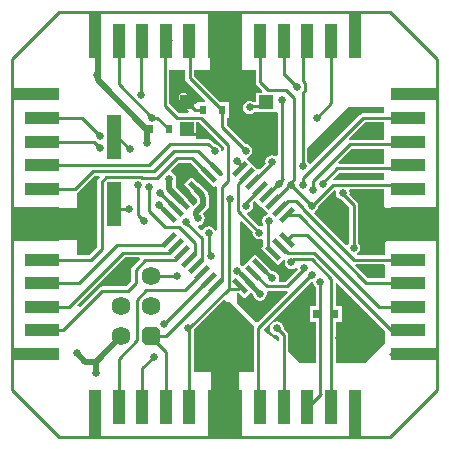
<source format=gtl>
%FSLAX24Y24*%
%MOIN*%
G70*
G01*
G75*
G04 Layer_Physical_Order=1*
G04 Layer_Color=255*
%ADD10R,0.0236X0.0315*%
G04:AMPARAMS|DCode=11|XSize=15.7mil|YSize=59.1mil|CornerRadius=0mil|HoleSize=0mil|Usage=FLASHONLY|Rotation=315.000|XOffset=0mil|YOffset=0mil|HoleType=Round|Shape=Rectangle|*
%AMROTATEDRECTD11*
4,1,4,-0.0264,-0.0153,0.0153,0.0264,0.0264,0.0153,-0.0153,-0.0264,-0.0264,-0.0153,0.0*
%
%ADD11ROTATEDRECTD11*%

G04:AMPARAMS|DCode=12|XSize=15.7mil|YSize=59.1mil|CornerRadius=0mil|HoleSize=0mil|Usage=FLASHONLY|Rotation=45.000|XOffset=0mil|YOffset=0mil|HoleType=Round|Shape=Rectangle|*
%AMROTATEDRECTD12*
4,1,4,0.0153,-0.0264,-0.0264,0.0153,-0.0153,0.0264,0.0264,-0.0153,0.0153,-0.0264,0.0*
%
%ADD12ROTATEDRECTD12*%

G04:AMPARAMS|DCode=13|XSize=15.7mil|YSize=59.1mil|CornerRadius=0mil|HoleSize=0mil|Usage=FLASHONLY|Rotation=45.000|XOffset=0mil|YOffset=0mil|HoleType=Round|Shape=Round|*
%AMOVALD13*
21,1,0.0433,0.0157,0.0000,0.0000,135.0*
1,1,0.0157,0.0153,-0.0153*
1,1,0.0157,-0.0153,0.0153*
%
%ADD13OVALD13*%

%ADD14R,0.0450X0.0450*%
%ADD15R,0.0472X0.1457*%
%ADD16C,0.0200*%
%ADD17C,0.0100*%
%ADD18C,0.0150*%
%ADD19R,0.0540X0.0670*%
%ADD20R,0.1080X0.0760*%
%ADD21R,0.1260X0.1080*%
%ADD22R,0.0820X0.1791*%
%ADD23R,0.0394X0.1575*%
%ADD24R,0.0394X0.1181*%
%ADD25R,0.1181X0.1575*%
%ADD26R,0.1575X0.0394*%
%ADD27R,0.1181X0.0394*%
%ADD28R,0.1575X0.1181*%
%ADD29C,0.0625*%
G04:AMPARAMS|DCode=30|XSize=62.5mil|YSize=62.5mil|CornerRadius=0mil|HoleSize=0mil|Usage=FLASHONLY|Rotation=180.000|XOffset=0mil|YOffset=0mil|HoleType=Round|Shape=Octagon|*
%AMOCTAGOND30*
4,1,8,-0.0313,0.0156,-0.0313,-0.0156,-0.0156,-0.0313,0.0156,-0.0313,0.0313,-0.0156,0.0313,0.0156,0.0156,0.0313,-0.0156,0.0313,-0.0313,0.0156,0.0*
%
%ADD30OCTAGOND30*%

%ADD31C,0.0250*%
G36*
X43150Y26680D02*
Y26255D01*
X42562D01*
X42151Y26665D01*
X42172Y26715D01*
X43115D01*
X43150Y26680D01*
D02*
G37*
G36*
X38723Y27781D02*
X38721Y27770D01*
X38738Y27682D01*
X38788Y27608D01*
X38862Y27558D01*
X38950Y27541D01*
X39026Y27556D01*
X39076Y27528D01*
Y27321D01*
X39079Y27306D01*
X39015Y27241D01*
X39574Y26682D01*
X39757Y26865D01*
X39803Y26840D01*
X39791Y26780D01*
X39808Y26692D01*
X39858Y26618D01*
X39932Y26568D01*
X40020Y26551D01*
X40108Y26568D01*
X40174Y26612D01*
X40207Y26599D01*
X40218Y26591D01*
X40223Y26540D01*
X39817Y26133D01*
X39621D01*
X39594Y26183D01*
X39609Y26260D01*
X39592Y26348D01*
X39542Y26422D01*
X39468Y26472D01*
X39427Y26480D01*
X39381Y26490D01*
X39381Y26490D01*
X39381D01*
X38822Y27049D01*
X38570Y26796D01*
X38420Y26646D01*
X38370Y26651D01*
X38362Y26662D01*
X38300Y26704D01*
Y28138D01*
X38346Y28158D01*
X38723Y27781D01*
D02*
G37*
G36*
X43100Y28650D02*
X43150Y28600D01*
X43341D01*
X43353Y28551D01*
X43350Y28550D01*
Y27500D01*
X43200D01*
X43150Y27450D01*
Y27250D01*
Y27021D01*
X42212D01*
X42197Y27071D01*
X42252Y27108D01*
X42302Y27182D01*
X42319Y27270D01*
X42302Y27358D01*
X42252Y27432D01*
X42243Y27438D01*
Y28690D01*
X42231Y28749D01*
X42198Y28798D01*
X41951Y29046D01*
X41959Y29090D01*
X41946Y29157D01*
X41978Y29207D01*
X43100D01*
Y28650D01*
D02*
G37*
G36*
X33626Y29602D02*
X33582Y29558D01*
X33549Y29509D01*
X33537Y29450D01*
Y27273D01*
X33285Y27021D01*
X32880D01*
Y29096D01*
X32918Y29122D01*
X33463Y29667D01*
X33599D01*
X33626Y29602D01*
D02*
G37*
G36*
X39886Y25803D02*
X39892Y25779D01*
X38891Y24777D01*
X38840D01*
X38217Y25400D01*
Y25747D01*
X38233D01*
X38274Y25755D01*
X38460Y25569D01*
X38670Y25778D01*
X38746Y25701D01*
X38758Y25642D01*
X38808Y25568D01*
X38882Y25518D01*
X38970Y25501D01*
X39058Y25518D01*
X39132Y25568D01*
X39182Y25642D01*
X39199Y25730D01*
X39190Y25778D01*
X39231Y25827D01*
X39870D01*
X39886Y25803D01*
D02*
G37*
G36*
X40710Y26121D02*
X40743Y26127D01*
X40751Y26120D01*
X40768Y26032D01*
X40818Y25958D01*
X40827Y25952D01*
Y25307D01*
X40637D01*
Y24793D01*
X40827D01*
Y23420D01*
X40320D01*
X39921Y23819D01*
Y24342D01*
X39909Y24401D01*
X39876Y24450D01*
X39757Y24569D01*
X39759Y24580D01*
X39742Y24668D01*
X39692Y24742D01*
X39618Y24792D01*
X39530Y24809D01*
X39442Y24792D01*
X39368Y24742D01*
X39318Y24668D01*
X39301Y24580D01*
X39318Y24492D01*
X39368Y24418D01*
X39442Y24368D01*
X39530Y24351D01*
X39541Y24353D01*
X39615Y24279D01*
Y24172D01*
X39570Y24150D01*
X39121Y24504D01*
X39117Y24571D01*
X40674Y26128D01*
X40710Y26121D01*
D02*
G37*
G36*
X37840Y25502D02*
Y25470D01*
X37950D01*
X38774Y24646D01*
X38769Y24639D01*
X38757Y24580D01*
Y23110D01*
X36771D01*
Y24496D01*
X36782Y24512D01*
X36788Y24541D01*
X37775Y25529D01*
X37840Y25502D01*
D02*
G37*
G36*
X34976Y26882D02*
X34722Y26628D01*
X34689Y26579D01*
X34677Y26520D01*
Y26153D01*
X34507Y25983D01*
X33720D01*
X33661Y25971D01*
X33612Y25938D01*
X32964Y25290D01*
X32894Y25317D01*
X32889Y25362D01*
X34473Y26947D01*
X34949D01*
X34976Y26882D01*
D02*
G37*
G36*
X43150Y24487D02*
Y24077D01*
X42493Y23420D01*
X41495D01*
Y24793D01*
X41703D01*
Y25307D01*
X41495D01*
Y26076D01*
X41542Y26095D01*
X43150Y24487D01*
D02*
G37*
G36*
X41470Y29174D02*
X41507Y29122D01*
X41501Y29090D01*
X41518Y29002D01*
X41568Y28928D01*
X41642Y28878D01*
X41696Y28867D01*
X41937Y28627D01*
Y27438D01*
X41928Y27432D01*
X41887Y27371D01*
X41831Y27357D01*
X40777Y28411D01*
X40791Y28467D01*
X40852Y28508D01*
X40902Y28582D01*
X40915Y28650D01*
X41442Y29177D01*
X41470Y29174D01*
D02*
G37*
G36*
X43100Y30863D02*
X41970D01*
X41954Y30887D01*
X41948Y30911D01*
X42476Y31440D01*
X43100D01*
Y30863D01*
D02*
G37*
G36*
X37757Y30627D02*
Y30509D01*
X37687Y30502D01*
X37672Y30578D01*
X37622Y30652D01*
X37548Y30702D01*
X37481Y30715D01*
X37358Y30838D01*
X37309Y30871D01*
X37250Y30883D01*
X36920D01*
X36855Y30895D01*
Y31442D01*
X36942D01*
X37757Y30627D01*
D02*
G37*
G36*
X38827Y32790D02*
X38839Y32731D01*
X38872Y32682D01*
X39054Y32500D01*
X39027Y32435D01*
X38855D01*
Y32128D01*
X38754D01*
X38718Y32152D01*
X38630Y32169D01*
X38542Y32152D01*
X38468Y32102D01*
X38418Y32028D01*
X38401Y31940D01*
X38418Y31852D01*
X38468Y31778D01*
X38542Y31728D01*
X38630Y31711D01*
X38718Y31728D01*
X38789Y31776D01*
X38855Y31785D01*
X38855Y31785D01*
X38855Y31785D01*
X39505D01*
X39557Y31742D01*
Y30355D01*
X39487Y30317D01*
X39468Y30330D01*
X39380Y30348D01*
X39292Y30330D01*
X39218Y30280D01*
X39168Y30206D01*
X39151Y30118D01*
X39159Y30077D01*
X38959Y29877D01*
X38889D01*
X38683Y30083D01*
X38547Y30219D01*
X38568Y30286D01*
X38578Y30288D01*
X38652Y30338D01*
X38702Y30412D01*
X38719Y30500D01*
X38702Y30588D01*
X38652Y30662D01*
X38578Y30712D01*
X38490Y30729D01*
X38479Y30727D01*
X37863Y31343D01*
Y31603D01*
X37933D01*
Y32117D01*
X37650D01*
X36776Y32992D01*
Y33200D01*
X38827D01*
Y32790D01*
D02*
G37*
G36*
X36470Y32928D02*
X36481Y32870D01*
X36515Y32820D01*
X37153Y32182D01*
X37126Y32117D01*
X36867D01*
Y32098D01*
X36797Y32069D01*
X36681Y32185D01*
X36671Y32236D01*
X36638Y32285D01*
X36526Y32397D01*
X36477Y32430D01*
X36418Y32442D01*
X36360Y32430D01*
X36310Y32397D01*
X36277Y32348D01*
X36265Y32289D01*
X36277Y32231D01*
X36310Y32181D01*
X36379Y32112D01*
X36389Y32061D01*
X36422Y32012D01*
X36616Y31818D01*
X36587Y31748D01*
X36258D01*
X35955Y32051D01*
Y33200D01*
X36470D01*
Y32928D01*
D02*
G37*
G36*
X43100Y30063D02*
X41600D01*
X41579Y30113D01*
X42023Y30557D01*
X43100D01*
Y30063D01*
D02*
G37*
G36*
X38822Y28826D02*
X38822Y28826D01*
X39015Y28633D01*
X39015Y28633D01*
X39225Y28423D01*
X39210Y28376D01*
X39192Y28372D01*
X39118Y28322D01*
X39068Y28248D01*
X39051Y28160D01*
X39068Y28072D01*
X39076Y28060D01*
Y28012D01*
X39026Y27984D01*
X38950Y27999D01*
X38939Y27997D01*
X38542Y28394D01*
X38559Y28448D01*
X38608Y28458D01*
X38682Y28508D01*
X38732Y28582D01*
X38749Y28670D01*
X38732Y28758D01*
X38726Y28766D01*
X38804Y28844D01*
X38822Y28826D01*
D02*
G37*
G36*
X36890Y29849D02*
X36871Y29830D01*
X37430Y29271D01*
X37477Y29318D01*
X37540Y29286D01*
X37542Y29284D01*
Y27844D01*
X37472Y27837D01*
X37472Y27838D01*
X37422Y27912D01*
X37348Y27962D01*
X37260Y27979D01*
X37172Y27962D01*
X37098Y27912D01*
X37068Y27868D01*
X36985Y27852D01*
X36895Y27942D01*
X36902Y27974D01*
X36923Y28013D01*
X36998Y28028D01*
X37072Y28078D01*
X37122Y28152D01*
X37139Y28240D01*
X37122Y28328D01*
X37072Y28402D01*
X37071Y28413D01*
X37218Y28559D01*
X37218Y28559D01*
X37262Y28626D01*
X37278Y28704D01*
X37278Y28704D01*
Y28939D01*
X37262Y29017D01*
X37247Y29040D01*
X37236Y29094D01*
X37192Y29160D01*
X36976Y29376D01*
X36910Y29420D01*
X36893Y29424D01*
X36679Y29638D01*
X36426Y29385D01*
X36640Y29171D01*
X36643Y29154D01*
X36688Y29088D01*
X36852Y28923D01*
X36859Y28887D01*
X36870Y28871D01*
Y28788D01*
X36754Y28672D01*
X36578Y28847D01*
X36575Y28864D01*
X36531Y28931D01*
X36159Y29302D01*
Y29458D01*
X36162Y29462D01*
X36179Y29550D01*
X36162Y29638D01*
X36112Y29712D01*
X36038Y29762D01*
X36029Y29764D01*
X36006Y29840D01*
X36263Y30097D01*
X36641D01*
X36890Y29849D01*
D02*
G37*
G36*
X43100Y31745D02*
X42413D01*
X42354Y31734D01*
X42304Y31701D01*
X40653Y30049D01*
X40605Y30063D01*
X40602Y30078D01*
X40552Y30152D01*
X40543Y30158D01*
Y30593D01*
X41900Y31950D01*
X43100D01*
Y31745D01*
D02*
G37*
G36*
Y29513D02*
X41430D01*
X41409Y29563D01*
X41603Y29757D01*
X43100D01*
Y29513D01*
D02*
G37*
D10*
X37085Y31860D02*
D03*
X37715D02*
D03*
X35925Y31210D02*
D03*
X35295D02*
D03*
X41485Y25050D02*
D03*
X40855D02*
D03*
D11*
X38307Y29900D02*
D03*
X38530Y29677D02*
D03*
X38753Y29455D02*
D03*
X38975Y29232D02*
D03*
X39198Y29009D02*
D03*
X39421Y28786D02*
D03*
X39644Y28564D02*
D03*
X39866Y28341D02*
D03*
X37500Y25975D02*
D03*
X37277Y26197D02*
D03*
X37055Y26420D02*
D03*
X36832Y26643D02*
D03*
X36609Y26866D02*
D03*
X36386Y27088D02*
D03*
X36164Y27311D02*
D03*
X35941Y27534D02*
D03*
D12*
X39866D02*
D03*
X39644Y27311D02*
D03*
X39421Y27088D02*
D03*
X39198Y26866D02*
D03*
X38975Y26643D02*
D03*
X38753Y26420D02*
D03*
X38530Y26197D02*
D03*
X38307Y25975D02*
D03*
X35941Y28341D02*
D03*
X36164Y28564D02*
D03*
X36386Y28786D02*
D03*
X36609Y29009D02*
D03*
X36832Y29232D02*
D03*
X37055Y29455D02*
D03*
X37277Y29677D02*
D03*
D13*
X37500Y29900D02*
D03*
D14*
X39180Y32110D02*
D03*
Y31210D02*
D03*
X36530Y32120D02*
D03*
Y31220D02*
D03*
D15*
X34110Y30962D02*
D03*
Y28718D02*
D03*
D16*
X32880Y23740D02*
X33150Y23470D01*
X33500D01*
X34350Y24320D01*
X33500Y23100D02*
Y23470D01*
X33560Y32840D02*
X35210Y31190D01*
X33560Y32840D02*
Y34257D01*
X35210Y30740D02*
Y31190D01*
X33468Y34348D02*
X33560Y34257D01*
X37348Y29089D02*
Y29213D01*
Y29089D02*
X37374Y29063D01*
Y28986D02*
Y29063D01*
Y28986D02*
X37400Y28960D01*
X37074Y28704D02*
Y28939D01*
X37048Y28965D02*
X37074Y28939D01*
X37048Y28965D02*
Y29016D01*
X36832Y29232D02*
X37048Y29016D01*
X36741Y29819D02*
X37348Y29213D01*
X36275Y29520D02*
X36574Y29819D01*
X36741D01*
X36833Y28463D02*
X37074Y28704D01*
X36833Y28340D02*
Y28463D01*
X36275Y29343D02*
Y29520D01*
Y29343D02*
X36609Y29009D01*
X35955Y29218D02*
X36386Y28786D01*
X35955Y29218D02*
Y29545D01*
X35950Y29550D02*
X35955Y29545D01*
D17*
X35020Y32360D02*
Y33912D01*
X35140Y34032D01*
X34960Y34212D02*
X35140Y34032D01*
X34256Y32714D02*
X35370Y31600D01*
X34256Y32714D02*
Y34348D01*
X35535Y31600D02*
X35925Y31210D01*
X35370Y31600D02*
X35535D01*
X36530Y32120D02*
X36790Y31860D01*
X37085D01*
X36623Y32928D02*
X37710Y31841D01*
Y31280D02*
Y31841D01*
Y31280D02*
X38490Y30500D01*
X36195Y31595D02*
X37005D01*
X35802Y31988D02*
X36195Y31595D01*
X35802Y31988D02*
Y34320D01*
X37005Y31595D02*
X37910Y30690D01*
X36623Y32928D02*
Y34344D01*
X37910Y29826D02*
Y30690D01*
X33690Y29450D02*
X33855Y29615D01*
X34890Y28340D02*
X35090Y28140D01*
X33855Y29615D02*
X35004D01*
X35023Y29596D02*
X35546D01*
X35004Y29615D02*
X35023Y29596D01*
X34890Y28340D02*
Y29340D01*
X35270Y28480D02*
Y29300D01*
X35430Y29820D02*
X36090Y30480D01*
X33400Y29820D02*
X35430D01*
X35270Y30020D02*
X35980Y30730D01*
X31500Y30020D02*
X35270D01*
X35810Y27940D02*
X36280D01*
X35270Y28480D02*
X35810Y27940D01*
X40980Y22395D02*
Y26120D01*
X42090Y27270D02*
Y28690D01*
X41730Y29050D02*
X42090Y28690D01*
X41730Y29050D02*
Y29090D01*
X43969Y29360D02*
X44098Y29230D01*
X41409Y29360D02*
X43969D01*
X40719Y28670D02*
X41409Y29360D01*
X40690Y28670D02*
X40719D01*
X40980Y22395D02*
X40990Y22385D01*
X40660Y22055D02*
X40990Y22385D01*
X38910Y24580D02*
X40680Y26350D01*
X40710D01*
X40450Y26550D02*
Y26590D01*
X39880Y25980D02*
X40450Y26550D01*
X43347Y24506D02*
X44098D01*
X39891Y27080D02*
X40773D01*
X39826Y27145D02*
X39891Y27080D01*
X40773D02*
X43347Y24506D01*
X40120Y26880D02*
X40690D01*
X40020Y26780D02*
X40120Y26880D01*
X41343Y21750D02*
Y26227D01*
X40690Y26880D02*
X41343Y26227D01*
X39818Y27137D02*
X39826Y27145D01*
X39644Y27311D02*
X39818Y27137D01*
X42947Y25293D02*
X44098D01*
X40540Y27700D02*
X42947Y25293D01*
X40033Y27700D02*
X40540D01*
X39866Y27534D02*
X40033Y27700D01*
X42498Y26102D02*
X44098D01*
X40259Y28341D02*
X42498Y26102D01*
X39866Y28341D02*
X40259D01*
X42103Y26868D02*
X44098D01*
X40415Y28556D02*
X42103Y26868D01*
X40660Y22055D02*
X40680Y22035D01*
X40570Y21925D02*
X40680Y22035D01*
X39530Y24580D02*
X39768Y24342D01*
Y21750D02*
Y24342D01*
X40390Y34183D02*
X40555Y34348D01*
X40390Y32829D02*
Y34183D01*
Y32829D02*
X40475Y32744D01*
Y32516D02*
Y32744D01*
X40390Y32431D02*
X40475Y32516D01*
X40390Y29990D02*
Y32431D01*
X40110Y29532D02*
Y32270D01*
X40410Y29590D02*
X42413Y31593D01*
X39780Y33050D02*
X40200Y32630D01*
X39235Y32535D02*
X39844D01*
X39949Y32430D01*
X39950D01*
X40110Y32270D01*
X40410Y29370D02*
Y29590D01*
X42413Y31593D02*
X44098D01*
X41960Y30710D02*
X44003D01*
X40740Y29490D02*
X41960Y30710D01*
X40740Y29190D02*
Y29490D01*
X44003Y30710D02*
X44098Y30805D01*
X43991Y29910D02*
X44098Y30018D01*
X41540Y29910D02*
X43991D01*
X41060Y29430D02*
X41540Y29910D01*
X34960Y34212D02*
X35070Y34322D01*
X35043Y34348D02*
X35070Y34322D01*
X36618Y34348D02*
X36623Y34344D01*
X36418Y32289D02*
X36530Y32177D01*
Y32120D02*
Y32177D01*
X35802Y34320D02*
X35831Y34348D01*
X37893Y29809D02*
X37910Y29826D01*
X37893Y29685D02*
Y29809D01*
Y29685D02*
X37910Y29668D01*
Y29500D02*
Y29668D01*
X37695Y29285D02*
X37910Y29500D01*
X33720Y25830D02*
X34570D01*
X32420Y24530D02*
X33720Y25830D01*
X31524Y24530D02*
X32420D01*
X34200Y27350D02*
X35757D01*
X32931Y26081D02*
X34200Y27350D01*
X31500Y26081D02*
X32931D01*
X33690Y27210D02*
Y29450D01*
X33348Y26868D02*
X33690Y27210D01*
X31500Y26868D02*
X33348D01*
X34410Y27100D02*
X35953D01*
X32603Y25293D02*
X34410Y27100D01*
X31500Y25293D02*
X32603D01*
X34830Y26090D02*
Y26520D01*
X34570Y25830D02*
X34830Y26090D01*
Y26520D02*
X35150Y26840D01*
X36138D01*
X34860Y25520D02*
X35180Y25840D01*
X34860Y24176D02*
Y25520D01*
X34256Y23572D02*
X34860Y24176D01*
X35180Y25840D02*
X36474D01*
X37055Y26420D01*
X34256Y21750D02*
Y23572D01*
X37247Y26197D02*
X37277D01*
X35770Y24720D02*
X37247Y26197D01*
X34350Y25320D02*
X34370D01*
X34170D02*
X34350D01*
X35043Y23243D02*
X35430Y23630D01*
X35043Y21750D02*
Y23243D01*
X35831Y21750D02*
Y23789D01*
X35300Y24320D02*
X35831Y23789D01*
X35757Y27350D02*
X35941Y27534D01*
X38190Y21847D02*
Y24131D01*
X37370Y22179D02*
X38190Y21847D01*
X37370Y22179D02*
Y24130D01*
X39768Y33038D02*
Y34348D01*
Y33038D02*
X39780Y33050D01*
X39710Y29601D02*
X39750Y29561D01*
X39710Y29601D02*
Y32180D01*
X38980Y32790D02*
X39235Y32535D01*
X40860Y31600D02*
X41343Y32083D01*
Y34348D01*
X39330Y30068D02*
X39380Y30118D01*
X39330Y30068D02*
X39348Y30050D01*
X39198Y29009D02*
X39750Y29561D01*
X38980Y32790D02*
Y34348D01*
X39920Y29342D02*
X40110Y29532D01*
X39045Y31975D02*
X39180Y32110D01*
X38640Y31975D02*
X39045D01*
X36620Y31040D02*
X37120D01*
X39010D02*
X39180Y31210D01*
X38600Y31040D02*
X39010D01*
X37250Y30730D02*
X37490Y30490D01*
X37460D02*
X37490D01*
X38210Y30160D02*
X38380Y29990D01*
X35831Y34348D02*
X35990Y34189D01*
X37695Y26170D02*
Y29285D01*
X36200Y30250D02*
X36705D01*
X36090Y30480D02*
X36920D01*
X35546Y29596D02*
X36200Y30250D01*
X36705D02*
X37277Y29677D01*
X36920Y30480D02*
X37144Y30256D01*
X35980Y30730D02*
X37250D01*
X37500Y25975D02*
X37695Y26170D01*
X37340Y26990D02*
X37370Y27020D01*
X37260Y27130D02*
X37370Y27020D01*
X37024Y26854D02*
Y27597D01*
X36832Y26662D02*
X37024Y26854D01*
X36801Y27057D02*
Y27419D01*
X36609Y26866D02*
X36801Y27057D01*
X36520Y28101D02*
Y28130D01*
Y28101D02*
X37024Y27597D01*
X37260Y27130D02*
Y27750D01*
X37925Y28945D02*
X37970Y28900D01*
X37925Y25900D02*
Y28945D01*
X38245Y28475D02*
Y29392D01*
Y28475D02*
X38950Y27770D01*
X38245Y29392D02*
X38530Y29677D01*
X38504Y28760D02*
X38975Y29232D01*
X38850Y27200D02*
X38864D01*
X39990Y29370D02*
X40690Y28670D01*
X40165Y28825D02*
X40415Y28575D01*
X39905Y28825D02*
X40165D01*
X41060Y29400D02*
Y29430D01*
X39229Y27321D02*
Y28109D01*
X39280Y28160D01*
X39229Y27321D02*
X39421Y27129D01*
X35630Y29097D02*
X36164Y28564D01*
X35600Y28682D02*
X35941Y28341D01*
X36832Y26643D02*
Y26662D01*
X36280Y27940D02*
X36801Y27419D01*
X37925Y25900D02*
X38233D01*
X35300Y26310D02*
X36220D01*
X35230Y26380D02*
X35300Y26310D01*
X35170Y26320D02*
X35230Y26380D01*
X36138Y26840D02*
X36386Y27088D01*
X35953Y27100D02*
X36164Y27311D01*
X33037Y31593D02*
X33650Y30980D01*
X33425Y30805D02*
X33630Y30600D01*
X31500Y30805D02*
X33425D01*
X39193Y25980D02*
X39880D01*
X38910Y21820D02*
Y24580D01*
X40570Y21925D02*
X40650Y21845D01*
X39534Y26530D02*
X39630D01*
X39358Y26260D02*
X39380D01*
X38753Y29455D02*
X39348Y30050D01*
X39421Y28786D02*
X39920Y29286D01*
Y29342D01*
X40555Y21750D02*
X40650Y21845D01*
X39198Y26866D02*
X39534Y26530D01*
X43302Y23719D02*
X44098D01*
X38975Y26643D02*
X39358Y26260D01*
X38910Y21820D02*
X38980Y21750D01*
X40415Y28556D02*
Y28575D01*
X38753Y26420D02*
X39193Y25980D01*
X38730Y26420D02*
X38750Y26440D01*
X38380Y29973D02*
Y29990D01*
X38307Y29900D02*
X38380Y29973D01*
X38233Y25900D02*
X38307Y25975D01*
X36618Y24588D02*
X37930Y25900D01*
X36618Y21750D02*
Y24588D01*
X35845Y24320D02*
X37500Y25975D01*
X35170Y24320D02*
X35845D01*
X31500Y24506D02*
X31524Y24530D01*
X33962Y28540D02*
X34600D01*
X33962D02*
X34140Y28718D01*
X31500Y31593D02*
X33037D01*
X34180Y21826D02*
X34256Y21750D01*
X31500Y30018D02*
Y30020D01*
X32810Y29230D02*
X33400Y29820D01*
X37144Y30256D02*
X37500Y29900D01*
X34140Y30962D02*
X34218D01*
X34630Y30550D01*
X34140Y28718D02*
X34222Y28800D01*
X31500Y29230D02*
X32810D01*
X38200Y26500D02*
X38227D01*
X38530Y26197D01*
X39644Y28564D02*
X39905Y28825D01*
X38864Y27200D02*
X39198Y26866D01*
X38730Y26420D02*
X38753D01*
X44098Y26081D02*
Y26102D01*
X30713Y33561D02*
X32287Y35136D01*
X30713Y22537D02*
Y33561D01*
Y22537D02*
X32287Y20963D01*
X43311D01*
X44886Y22537D01*
Y33561D01*
X43311Y35136D02*
X44886Y33561D01*
X32287Y35136D02*
X43311D01*
D18*
X38530Y26170D02*
Y26197D01*
Y26170D02*
X38970Y25730D01*
D19*
X37850Y32765D02*
D03*
D20*
X37830Y33280D02*
D03*
D21*
X32850Y28070D02*
D03*
D22*
X37780Y23235D02*
D03*
D23*
X42130Y34348D02*
D03*
X33468D02*
D03*
X33469Y21750D02*
D03*
X42130D02*
D03*
D24*
X41343Y34152D02*
D03*
X40555D02*
D03*
X39768D02*
D03*
X38980D02*
D03*
X36618D02*
D03*
X35831D02*
D03*
X35043D02*
D03*
X34256D02*
D03*
Y21947D02*
D03*
X35043D02*
D03*
X35831D02*
D03*
X36618D02*
D03*
X38980D02*
D03*
X39768D02*
D03*
X40555D02*
D03*
X41343D02*
D03*
D25*
X37799Y34348D02*
D03*
Y21750D02*
D03*
D26*
X44098Y32380D02*
D03*
Y23719D02*
D03*
X31500Y23719D02*
D03*
Y32380D02*
D03*
D27*
X43902Y31593D02*
D03*
Y30805D02*
D03*
Y30018D02*
D03*
Y29230D02*
D03*
Y26868D02*
D03*
Y26081D02*
D03*
Y25293D02*
D03*
Y24506D02*
D03*
X31697D02*
D03*
Y25293D02*
D03*
Y26081D02*
D03*
Y26868D02*
D03*
Y29230D02*
D03*
Y30018D02*
D03*
Y30805D02*
D03*
Y31593D02*
D03*
D28*
X44098Y28049D02*
D03*
X31500D02*
D03*
D29*
X35350Y26320D02*
D03*
Y25320D02*
D03*
X34350Y24320D02*
D03*
Y25320D02*
D03*
Y26320D02*
D03*
D30*
X35350Y24320D02*
D03*
D31*
X35020Y32360D02*
D03*
X35370Y31600D02*
D03*
X35210Y30740D02*
D03*
X37490Y32530D02*
D03*
X34890Y29340D02*
D03*
X35270Y29300D02*
D03*
X41600Y24260D02*
D03*
X41970Y23910D02*
D03*
X42140Y24830D02*
D03*
X42560Y24540D02*
D03*
X40980Y26120D02*
D03*
X41730Y29090D02*
D03*
X42090Y27270D02*
D03*
X40710Y26350D02*
D03*
X40450Y26590D02*
D03*
X40020Y26780D02*
D03*
X39530Y24580D02*
D03*
X40390Y29990D02*
D03*
X40200Y32630D02*
D03*
X43030Y28400D02*
D03*
X42540Y28420D02*
D03*
X42520Y27590D02*
D03*
X43030Y27610D02*
D03*
X38630Y31940D02*
D03*
X33550Y33030D02*
D03*
X38100Y32470D02*
D03*
X38140Y33350D02*
D03*
X37510Y33370D02*
D03*
X33500Y23100D02*
D03*
X32880Y23740D02*
D03*
X35770Y24720D02*
D03*
X35430Y23630D02*
D03*
X33200Y28370D02*
D03*
Y27770D02*
D03*
X32540Y28370D02*
D03*
X32520Y27780D02*
D03*
X37370Y24130D02*
D03*
Y23480D02*
D03*
X38190Y24131D02*
D03*
X38160Y23510D02*
D03*
X39710Y32180D02*
D03*
X40860Y31600D02*
D03*
X39380Y30118D02*
D03*
X37120Y31040D02*
D03*
X38600D02*
D03*
X37460Y30490D02*
D03*
X38490Y30500D02*
D03*
X38210Y30160D02*
D03*
X36490Y29870D02*
D03*
X37400Y28960D02*
D03*
X37340Y26990D02*
D03*
X37260Y27750D02*
D03*
X37970Y28900D02*
D03*
X38520Y28670D02*
D03*
X38850Y27200D02*
D03*
X39990Y29370D02*
D03*
X40690Y28670D02*
D03*
X39610Y29380D02*
D03*
X40410Y29370D02*
D03*
X40740Y29190D02*
D03*
X41060Y29400D02*
D03*
X38950Y27770D02*
D03*
X39280Y28160D02*
D03*
X36910Y28240D02*
D03*
X35950Y29550D02*
D03*
X35630Y29097D02*
D03*
X35600Y28682D02*
D03*
X36220Y26310D02*
D03*
X35090Y28140D02*
D03*
X36520Y28130D02*
D03*
X33650Y30980D02*
D03*
X33630Y30600D02*
D03*
X39630Y26530D02*
D03*
X39380Y26260D02*
D03*
X38970Y25730D02*
D03*
X36570Y24600D02*
D03*
X34600Y28540D02*
D03*
X34630Y30550D02*
D03*
X38200Y26500D02*
D03*
M02*

</source>
